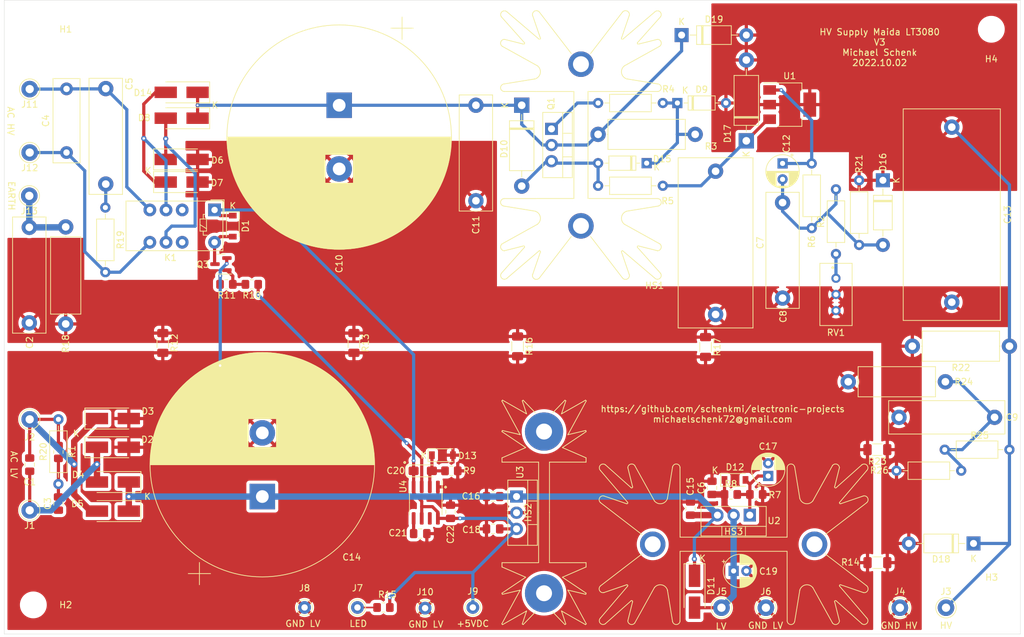
<source format=kicad_pcb>
(kicad_pcb (version 20211014) (generator pcbnew)
  (layers (0 "F.Cu" signal) (31 "B.Cu" signal) (34 "B.Paste" user) (35 "F.Paste" user) (36 "B.SilkS" user "B.Silkscreen") (37 "F.SilkS" user "F.Silkscreen") (38 "B.Mask" user) (39 "F.Mask" user) (44 "Edge.Cuts" user))
  (net 0 "")
  (net 1 "Net-(C1-Pad2)")
  (net 2 "GND_HV")
  (net 3 "Net-(C2-Pad1)")
  (net 4 "Net-(C3-Pad2)")
  (net 5 "Net-(C7-Pad1)")
  (net 6 "GND_LV")
  (net 7 "Net-(C4-Pad1)")
  (net 8 "Net-(C14-Pad1)")
  (net 9 "Net-(C17-Pad1)")
  (net 10 "Net-(C19-Pad1)")
  (net 11 "Net-(C20-Pad2)")
  (net 12 "Net-(D14-Pad2)")
  (net 13 "Net-(Q3-Pad1)")
  (net 14 "Net-(R10-Pad2)")
  (net 15 "Net-(J7-Pad1)")
  (net 16 "Net-(C21-Pad1)")
  (net 18 "Net-(C1-Pad1)")
  (net 19 "Net-(C4-Pad2)")
  (net 20 "Net-(C5-Pad1)")
  (net 21 "+5VDC")
  (net 22 "RELCTRL")
  (net 23 "Net-(D6-Pad1)")
  (net 25 "Net-(C9-Pad2)")
  (net 26 "Net-(D15-Pad1)")
  (net 27 "Net-(D10-Pad2)")
  (net 29 "Net-(Q1-Pad1)")
  (net 30 "Net-(C12-Pad2)")
  (net 31 "Net-(C10-Pad1)")
  (net 32 "Net-(C12-Pad1)")
  (net 33 "/HVOUT")
  (net 34 "Net-(R2-Pad1)")
  (footprint "Capacitor_THT:CP_Radial_D35.0mm_P10.00mm_SnapIn" (layer "F.Cu") (at 102.87 69.342 -90)
    (fp_text reference "C10")
    (fp_text value "680uF/450VDC")
  )
  (footprint "Capacitor_THT:C_Rect_L18.0mm_W5.0mm_P15.00mm_FKS3_FKP3" (layer "F.Cu") (at 124.333 69.342 -90)
    (fp_text reference "C11")
    (fp_text value "100nF/630V")
  )
  (footprint "MountingHole:MountingHole_3.2mm_M3" (layer "F.Cu") (at 54.864 57.404)
    (fp_text reference "H1")
    (fp_text value "MountingHole")
  )
  (footprint "MountingHole:MountingHole_3.2mm_M3" (layer "F.Cu") (at 54.864 147.828)
    (fp_text reference "H2")
    (fp_text value "MountingHole")
  )
  (footprint "MountingHole:MountingHole_3.2mm_M3" (layer "F.Cu") (at 205.232 147.828)
    (fp_text reference "H3")
    (fp_text value "MountingHole")
  )
  (footprint "Connector_Pin:Pin_D1.3mm_L11.0mm" (layer "F.Cu") (at 198.12 148.2725)
    (fp_text reference "J3")
    (fp_text value "HV")
  )
  (footprint "Capacitor_THT:CP_Radial_D5.0mm_P2.00mm" (layer "F.Cu") (at 164.7825 142.494)
    (fp_text reference "C19")
    (fp_text value "1uF/25V")
  )
  (footprint "Capacitor_Tantalum_SMD:CP_EIA-3216-12_Kemet-S_Pad1.58x1.35mm_HandSolder" (layer "F.Cu") (at 115.9867 126.7714)
    (fp_text reference "C20")
    (fp_text value "15uF/10V")
  )
  (footprint "Diode_SMD:D_SOD-123" (layer "F.Cu") (at 119.0752 124.3076)
    (fp_text reference "D13")
    (fp_text value "1N4148W")
  )
  (footprint "Heatsink:Heatsink_Fischer_SK129-STS_42x25mm_2xDrill2.5mm" (layer "F.Cu") (at 164.7825 138.303)
    (fp_text reference "HS3")
    (fp_text value "Heatsink")
  )
  (footprint "Connector_Pin:Pin_D1.3mm_L11.0mm" (layer "F.Cu") (at 162.8775 148.2725)
    (fp_text reference "J5")
    (fp_text value "LV")
  )
  (footprint "Connector_Pin:Pin_D1.3mm_L11.0mm" (layer "F.Cu") (at 169.8498 148.2725)
    (fp_text reference "J6")
    (fp_text value "GND_LV")
  )
  (footprint "Package_TO_SOT_SMD:SOT-23" (layer "F.Cu") (at 84.312 94.2975 180)
    (fp_text reference "Q3")
    (fp_text value "MMBT3904")
  )
  (footprint "Resistor_SMD:R_0805_2012Metric_Pad1.20x1.40mm_HandSolder" (layer "F.Cu") (at 120.4816 126.7714)
    (fp_text reference "R9")
    (fp_text value "1Meg")
  )
  (footprint "Resistor_SMD:R_0805_2012Metric_Pad1.20x1.40mm_HandSolder" (layer "F.Cu") (at 89.154 97.4725)
    (fp_text reference "R10")
    (fp_text value "2.49k")
  )
  (footprint "Resistor_SMD:R_0805_2012Metric_Pad1.20x1.40mm_HandSolder" (layer "F.Cu") (at 85.1695 97.4725 180)
    (fp_text reference "R11")
    (fp_text value "2.49k")
  )
  (footprint "Resistor_SMD:R_1206_3216Metric_Pad1.30x1.75mm_HandSolder" (layer "F.Cu") (at 75.184 106.68 -90)
    (fp_text reference "R12")
    (fp_text value "0R")
  )
  (footprint "Resistor_SMD:R_1206_3216Metric_Pad1.30x1.75mm_HandSolder" (layer "F.Cu") (at 105.1814 106.6794 -90)
    (fp_text reference "R13")
    (fp_text value "0R")
  )
  (footprint "Resistor_SMD:R_1206_3216Metric_Pad1.30x1.75mm_HandSolder" (layer "F.Cu") (at 187.351 141.192427 180)
    (fp_text reference "R14")
    (fp_text value "0R")
  )
  (footprint "Package_TO_SOT_THT:TO-220-3_Vertical" (layer "F.Cu") (at 130.7084 130.81 -90)
    (fp_text reference "U3")
    (fp_text value "LM7805_TO220")
  )
  (footprint "Package_SO:SOIC-8_3.9x4.9mm_P1.27mm" (layer "F.Cu") (at 116.459 131.764 -90)
    (fp_text reference "U4")
    (fp_text value "TLC555xD")
  )
  (footprint "Resistor_SMD:R_1206_3216Metric_Pad1.30x1.75mm_HandSolder" (layer "F.Cu") (at 130.8735 107.214 -90)
    (fp_text reference "R16")
    (fp_text value "0R")
  )
  (footprint "Resistor_SMD:R_1206_3216Metric_Pad1.30x1.75mm_HandSolder" (layer "F.Cu") (at 160.3756 107.3156 -90)
    (fp_text reference "R17")
    (fp_text value "0R")
  )
  (footprint "Connector_Pin:Pin_D1.3mm_L11.0mm" (layer "F.Cu") (at 190.881 148.2725)
    (fp_text reference "J4")
    (fp_text value "GND_HV")
  )
  (footprint "Connector_Pin:Pin_D1.0mm_L10.0mm" (layer "F.Cu") (at 105.7402 148.2344)
    (fp_text reference "J7")
    (fp_text value "LED")
  )
  (footprint "Connector_Pin:Pin_D1.0mm_L10.0mm" (layer "F.Cu") (at 97.4344 148.2344)
    (fp_text reference "J8")
    (fp_text value "GND_LV")
  )
  (footprint "Connector_Pin:Pin_D1.0mm_L10.0mm" (layer "F.Cu") (at 123.8504 148.2344)
    (fp_text reference "J9")
    (fp_text value "+5V")
  )
  (footprint "Connector_Pin:Pin_D1.0mm_L10.0mm" (layer "F.Cu") (at 116.3574 148.336)
    (fp_text reference "J10")
    (fp_text value "GND_LV")
  )
  (footprint "Resistor_SMD:R_0805_2012Metric_Pad1.20x1.40mm_HandSolder" (layer "F.Cu") (at 109.8202 148.2344)
    (fp_text reference "R15")
    (fp_text value "330R")
  )
  (footprint "Capacitor_SMD:C_0805_2012Metric_Pad1.18x1.45mm_HandSolder" (layer "F.Cu") (at 127.0293 130.81 180)
    (fp_text reference "C16")
    (fp_text value "330nF/50V")
  )
  (footprint "Capacitor_SMD:C_0805_2012Metric_Pad1.18x1.45mm_HandSolder" (layer "F.Cu") (at 127.0293 135.89 180)
    (fp_text reference "C18")
    (fp_text value "100nF/50V")
  )
  (footprint "Capacitor_SMD:C_0805_2012Metric_Pad1.18x1.45mm_HandSolder" (layer "F.Cu") (at 115.5915 136.6266)
    (fp_text reference "C21")
    (fp_text value "100nF/50V")
  )
  (footprint "Capacitor_SMD:C_0805_2012Metric_Pad1.18x1.45mm_HandSolder" (layer "F.Cu") (at 120.3452 133.2015 90)
    (fp_text reference "C22")
    (fp_text value "100nF/50V")
  )
  (footprint "MountingHole:MountingHole_3.2mm_M3" (layer "F.Cu") (at 205.232 57.404)
    (fp_text reference "H4")
    (fp_text value "MountingHole")
  )
  (footprint "Capacitor_THT:CP_Radial_D5.0mm_P2.00mm" (layer "F.Cu") (at 170.2054 127.5842 90)
    (fp_text reference "C17")
    (fp_text value "10uF/25V")
  )
  (footprint "Diode_SMD:D_SOD-123" (layer "F.Cu") (at 164.9974 128.1938)
    (fp_text reference "D12")
    (fp_text value "1N4148W")
  )
  (footprint "Diode_SMD:D_SMA_Handsoldering" (layer "F.Cu") (at 158.6484 145.7598 -90)
    (fp_text reference "D11")
    (fp_text value "1N4007")
  )
  (footprint "Package_TO_SOT_THT:TO-220-3_Vertical" (layer "F.Cu") (at 167.3225 133.731 180)
    (fp_text reference "U2")
    (fp_text value "LM317_TO-220")
  )
  (footprint "Resistor_SMD:R_0805_2012Metric_Pad1.20x1.40mm_HandSolder" (layer "F.Cu") (at 164.354 130.4798)
    (fp_text reference "R8")
    (fp_text value "240R")
  )
  (footprint "Resistor_SMD:R_0805_2012Metric_Pad1.20x1.40mm_HandSolder" (layer "F.Cu") (at 168.3352 130.4798)
    (fp_text reference "R7")
    (fp_text value "976R")
  )
  (footprint "Capacitor_SMD:C_0805_2012Metric_Pad1.18x1.45mm_HandSolder" (layer "F.Cu") (at 158.0134 132.6935 90)
    (fp_text reference "C15")
    (fp_text value "100nF/50V")
  )
  (footprint "Package_TO_SOT_THT:TO-220-3_Vertical" (layer "F.Cu") (at 136.1948 73.0504 -90)
    (fp_text reference "Q1")
    (fp_text value "FQPF2N70")
  )
  (footprint "Capacitor_THT:CP_Radial_D35.0mm_P10.00mm_SnapIn" (layer "F.Cu") (at 90.805 130.81 90)
    (fp_text reference "C14")
    (fp_text value "22000uF/25VDC")
  )
  (footprint "Capacitor_SMD:C_0805_2012Metric_Pad1.18x1.45mm_HandSolder" (layer "F.Cu") (at 54.2925 125.7935 90)
    (fp_text reference "C1")
    (fp_text value "Cx/10nF/50V")
  )
  (footprint "Capacitor_THT:C_Rect_L18.0mm_W5.0mm_P15.00mm_FKS3_FKP3" (layer "F.Cu") (at 54.229 88.519 -90)
    (fp_text reference "C2")
    (fp_text value "2.2nF 2kV")
  )
  (footprint "Capacitor_SMD:C_0805_2012Metric_Pad1.18x1.45mm_HandSolder" (layer "F.Cu") (at 58.801 131.911 90)
    (fp_text reference "C3")
    (fp_text value "Cs/50V")
  )
  (footprint "Capacitor_THT:C_Rect_L13.0mm_W4.0mm_P10.00mm_FKS3_FKP3_MKS4" (layer "F.Cu") (at 60.071 76.7715 90)
    (fp_text reference "C4")
    (fp_text value "Cx/10nF/630V")
  )
  (footprint "Capacitor_THT:C_Rect_L18.0mm_W5.0mm_P15.00mm_FKS3_FKP3" (layer "F.Cu") (at 66.2305 81.7245 90)
    (fp_text reference "C5")
    (fp_text value "Cs/630V")
  )
  (footprint "Capacitor_SMD:C_0805_2012Metric_Pad1.18x1.45mm_HandSolder" (layer "F.Cu") (at 161.3916 129.4423 90)
    (fp_text reference "C6")
    (fp_text value "100nF/50V")
  )
  (footprint "Diode_SMD:D_SOD-123" (layer "F.Cu") (at 86.1695 88.3275 -90)
    (fp_text reference "D1")
    (fp_text value "1N4148W")
  )
  (footprint "Diode_SMD:D_SMA_Handsoldering" (layer "F.Cu") (at 67.35 123.063)
    (fp_text reference "D2")
    (fp_text value "BYG22B-E3")
  )
  (footprint "Diode_SMD:D_SMA_Handsoldering" (layer "F.Cu") (at 67.35 118.5545)
    (fp_text reference "D3")
    (fp_text value "BYG22B-E3")
  )
  (footprint "Diode_SMD:D_SMA_Handsoldering" (layer "F.Cu") (at 67.35 128.524 180)
    (fp_text reference "D4")
    (fp_text value "BYG22B-E3")
  )
  (footprint "Diode_SMD:D_SMA_Handsoldering" (layer "F.Cu") (at 67.35 133.096 180)
    (fp_text reference "D5")
    (fp_text value "BYG22B-E3")
  )
  (footprint "Diode_SMD:D_SMA_Handsoldering" (layer "F.Cu") (at 78.145 77.851)
    (fp_text reference "D6")
    (fp_text value "BYG20J")
  )
  (footprint "Diode_SMD:D_SMA_Handsoldering" (layer "F.Cu") (at 78.145 81.407)
    (fp_text reference "D7")
    (fp_text value "BYG20J")
  )
  (footprint "Diode_SMD:D_SMA_Handsoldering" (layer "F.Cu") (at 78.145 71.374 180)
    (fp_text reference "D8")
    (fp_text value "BYG20J")
  )
  (footprint "Diode_SMD:D_SMA_Handsoldering" (layer "F.Cu") (at 78.145 67.31 180)
    (fp_text reference "D14")
    (fp_text value "BYG20J")
  )
  (footprint "Heatsink:Heatsink_Fischer_SK129-STS_42x25mm_2xDrill2.5mm" (layer "F.Cu") (at 140.8176 75.5904 -90)
    (fp_text reference "HS1")
    (fp_text value "Heatsink")
  )
  (footprint "Connector_Pin:Pin_D1.3mm_L11.0mm" (layer "F.Cu") (at 54.2925 132.969)
    (fp_text reference "J1")
    (fp_text value "AC-LV")
  )
  (footprint "Connector_Pin:Pin_D1.3mm_L11.0mm" (layer "F.Cu") (at 54.2925 118.6815)
    (fp_text reference "J2")
    (fp_text value "AC-LV")
  )
  (footprint "Connector_Pin:Pin_D1.3mm_L11.0mm" (layer "F.Cu") (at 54.2925 66.802)
    (fp_text reference "J11")
    (fp_text value "AC-HV")
  )
  (footprint "Connector_Pin:Pin_D1.3mm_L11.0mm" (layer "F.Cu") (at 54.2925 76.7715)
    (fp_text reference "J12")
    (fp_text value "AC-HV")
  )
  (footprint "Connector_Pin:Pin_D1.3mm_L11.0mm" (layer "F.Cu") (at 54.229 83.566)
    (fp_text reference "J13")
    (fp_text value "EARTH")
  )
  (footprint "Relay_THT:Relay_DPDT_Omron_G6S-2" (layer "F.Cu") (at 83.312 85.7885 -90)
    (fp_text reference "K1")
    (fp_text value "G6S-2 DC5")
  )
  (footprint "Resistor_SMD:R_0805_2012Metric_Pad1.20x1.40mm_HandSolder" (layer "F.Cu") (at 58.801 123.809 90)
    (fp_text reference "R1")
    (fp_text value "Rs/1/8W")
  )
  (footprint "Resistor_THT:R_Axial_DIN0414_L11.9mm_D4.5mm_P15.24mm_Horizontal" (layer "F.Cu") (at 59.944 88.4555 -90)
    (fp_text reference "R18")
    (fp_text value "100R/2W")
  )
  (footprint "Resistor_THT:R_Axial_DIN0207_L6.3mm_D2.5mm_P10.16mm_Horizontal" (layer "F.Cu") (at 66.167 85.4075 -90)
    (fp_text reference "R19")
    (fp_text value "Rs/0.6W")
  )
  (footprint "Resistor_THT:R_Axial_DIN0207_L6.3mm_D2.5mm_P10.16mm_Horizontal" (layer "F.Cu") (at 58.801 128.8415 90)
    (fp_text reference "R20")
    (fp_text value "Rs/0.6W")
  )
  (footprint "Resistor_THT:R_Axial_DIN0207_L6.3mm_D2.5mm_P10.16mm_Horizontal" (layer "F.Cu") (at 184.4802 91.2876 90)
    (fp_text reference "R21")
    (fp_text value "1k/0.6W")
  )
  (footprint "Resistor_THT:R_Axial_DIN0414_L11.9mm_D4.5mm_P15.24mm_Horizontal" (layer "F.Cu") (at 208.0768 107.188 180)
    (fp_text reference "R22")
    (fp_text value "100k/2W")
  )
  (footprint "Package_TO_SOT_SMD:SOT-223" (layer "F.Cu") (at 173.584 69.2404)
    (fp_text reference "U1")
    (fp_text value "LT3080xST")
  )
  (footprint "Heatsink:Heatsink_Fischer_SK104-STC-STIC_35x13mm_2xDrill2.5mm" (layer "F.Cu") (at 135.0264 133.2992 90)
    (fp_text reference "HS2")
    (fp_text value "Heatsink")
  )
  (footprint "Diode_THT:D_DO-41_SOD81_P10.16mm_Horizontal" (layer "F.Cu") (at 202.438 138.176 180)
    (fp_text reference "D18")
    (fp_text value "1N4007")
  )
  (footprint "Resistor_THT:R_Axial_DIN0207_L6.3mm_D2.5mm_P10.16mm_Horizontal" (layer "F.Cu") (at 180.848 92.71 90)
    (fp_text reference "R2")
    (fp_text value "0R/180k/0.6W")
  )
  (footprint "Capacitor_THT:CP_Radial_D5.0mm_P2.50mm" (layer "F.Cu") (at 172.466 78.4752 -90)
    (fp_text reference "C12")
    (fp_text value "2.2uF/50V")
  )
  (footprint "Capacitor_THT:C_Rect_L18.0mm_W5.0mm_P15.00mm_FKS3_FKP3" (layer "F.Cu") (at 190.74 118.364)
    (fp_text reference "C9")
    (fp_text value "100nF/630V")
  )
  (footprint "Diode_THT:D_DO-41_SOD81_P10.16mm_Horizontal" (layer "F.Cu") (at 188.214 81.1276 -90)
    (fp_text reference "D16")
    (fp_text value "1N4007")
  )
  (footprint "Capacitor_THT:C_Rect_L33.0mm_W15.0mm_P27.50mm_MKS4" (layer "F.Cu") (at 199.02585 72.7792 -90)
    (fp_text reference "C13")
    (fp_text value "2.2uF/560V")
  )
  (footprint "Resistor_THT:R_Axial_DIN0414_L11.9mm_D4.5mm_P15.24mm_Horizontal" (layer "F.Cu") (at 143.51 73.914)
    (fp_text reference "R3")
    (fp_text value "100k/2W")
  )
  (footprint "Resistor_THT:R_Axial_DIN0207_L6.3mm_D2.5mm_P10.16mm_Horizontal" (layer "F.Cu") (at 143.51 81.9912)
    (fp_text reference "R5")
    (fp_text value "18R/0.6W")
  )
  (footprint "Potentiometer_THT:Potentiometer_Bourns_3296W_Vertical" (layer "F.Cu") (at 180.848 96.52 90)
    (fp_text reference "RV1")
    (fp_text value "50k/500k")
  )
  (footprint "Resistor_THT:R_Axial_DIN0207_L6.3mm_D2.5mm_P10.16mm_Horizontal" (layer "F.Cu") (at 143.51 68.9864)
    (fp_text reference "R4")
    (fp_text value "100R/0.6W")
  )
  (footprint "Capacitor_THT:C_Rect_L18.0mm_W5.0mm_P15.00mm_FKS3_FKP3" (layer "F.Cu") (at 172.466 84.6328 -90)
    (fp_text reference "C8")
    (fp_text value "100nF/630V")
  )
  (footprint "Diode_THT:D_DO-35_SOD27_P7.62mm_Horizontal" (layer "F.Cu") (at 151.13 78.4352 180)
    (fp_text reference "D15")
    (fp_text value "1N5245BTR/15V/0.5W")
  )
  (footprint "Diode_THT:D_DO-15_P12.70mm_Horizontal" (layer "F.Cu") (at 166.7764 74.93 90)
    (fp_text reference "D17")
    (fp_text value "P6KE27A")
  )
  (footprint "Diode_THT:D_DO-35_SOD27_P7.62mm_Horizontal" (layer "F.Cu") (at 155.956 68.9864)
    (fp_text reference "D9")
    (fp_text value "BZX55C8V2/8.2V/0.5W")
  )
  (footprint "Diode_THT:D_DO-41_SOD81_P10.16mm_Horizontal" (layer "F.Cu") (at 156.6164 58.3184)
    (fp_text reference "D19")
    (fp_text value "1N4007")
  )
  (footprint "Resistor_SMD:R_1206_3216Metric_Pad1.30x1.75mm_HandSolder" (layer "F.Cu") (at 187.3504 123.444 180)
    (fp_text reference "R23")
    (fp_text value "0R")
  )
  (footprint "Resistor_THT:R_Axial_DIN0207_L6.3mm_D2.5mm_P10.16mm_Horizontal" (layer "F.Cu") (at 200.5076 126.746 180)
    (fp_text reference "R26")
    (fp_text value "100k/0.6W")
  )
  (footprint "Diode_THT:D_DO-15_P12.70mm_Horizontal" (layer "F.Cu") (at 131.5212 69.342 -90)
    (fp_text reference "D10")
    (fp_text value "P6KE530A")
  )
  (footprint "Resistor_THT:R_Axial_DIN0207_L6.3mm_D2.5mm_P10.16mm_Horizontal" (layer "F.Cu") (at 177.038 88.646 90)
    (fp_text reference "R6")
    (fp_text value "100k/0.6W")
  )
  (footprint "Capacitor_THT:C_Rect_L26.5mm_W11.5mm_P22.50mm_MKS4" (layer "F.Cu") (at 161.9504 79.7052 -90)
    (fp_text reference "C7")
    (fp_text value "1uF/630V")
  )
  (footprint "Resistor_THT:R_Axial_DIN0414_L11.9mm_D4.5mm_P15.24mm_Horizontal" (layer "F.Cu") (at 182.7784 112.776)
    (fp_text reference "R24")
    (fp_text value "100R/2W")
  )
  (footprint "Resistor_THT:R_Axial_DIN0207_L6.3mm_D2.5mm_P10.16mm_Horizontal" (layer "F.Cu") (at 208.0768 123.444 180)
    (fp_text reference "R25")
    (fp_text value "300k/0.6W")
  )
  (gr_line (start 50.292 52.832) (end 50.292 152.4) (layer "Edge.Cuts") (width 0.05))
  (gr_line (start 209.804 52.832) (end 50.292 52.832) (layer "Edge.Cuts") (width 0.05))
  (gr_line (start 50.292 152.4) (end 209.804 152.4) (layer "Edge.Cuts") (width 0.05))
  (gr_line (start 209.804 152.4) (end 209.804 52.832) (layer "Edge.Cuts") (width 0.05))
  (gr_text "HV" (at 198.12 151.0665) (layer "F.SilkS") (effects (font (size 1 1))))
  (gr_text "LV" (at 162.814 151.1935) (layer "F.SilkS") (effects (font (size 1 1))))
  (gr_text "GND LV" (at 116.4844 150.876) (layer "F.SilkS") (effects (font (size 1 1))))
  (gr_text "GND LV" (at 97.1804 150.7744) (layer "F.SilkS") (effects (font (size 1 1))))
  (gr_text "+5VDC" (at 123.8504 150.7744) (layer "F.SilkS") (effects (font (size 1 1))))
  (gr_text "LED" (at 105.8672 150.7744) (layer "F.SilkS") (effects (font (size 1 1))))
  (gr_text "AC LV" (at 51.816 125.7935 270) (layer "F.SilkS") (effects (font (size 1 1))))
  (gr_text "AC HV" (at 51.308 71.8185 270) (layer "F.SilkS") (effects (font (size 1 1))))
  (gr_text "EARTH" (at 51.435 83.566 -90) (layer "F.SilkS") (effects (font (size 1 1))))
  (gr_text "GND HV" (at 190.754 151.0665) (layer "F.SilkS") (effects (font (size 1 1))))
  (gr_text "K" (at 72.898 79.629) (layer "F.SilkS") (effects (font (size 1 1))))
  (gr_text "K" (at 61.595 120.904) (layer "F.SilkS") (effects (font (size 1 1))))
  (gr_text "K" (at 72.771 130.81) (layer "F.SilkS") (effects (font (size 1 1))))
  (gr_text "K" (at 116.1415 124.333) (layer "F.SilkS") (effects (font (size 1 1))))
  (gr_text "K" (at 159.893 140.5255) (layer "F.SilkS") (effects (font (size 1 1))))
  (gr_text "K" (at 161.8615 126.6825) (layer "F.SilkS") (effects (font (size 1 1))))
  (gr_text "GND LV" (at 169.799 151.0665) (layer "F.SilkS") (effects (font (size 1 1))))
  (gr_text "K" (at 86.1695 85.1535) (layer "F.SilkS") (effects (font (size 1 1))))
  (gr_text "°" (at 113.157 125.857) (layer "F.SilkS") (effects (font (size 1 1))))
  (gr_text "K" (at 83.3755 69.342) (layer "F.SilkS") (effects (font (size 1 1))))
  (gr_text "°" (at 119.5705 129.7305) (layer "F.SilkS") (effects (font (size 1 1))))
  (gr_text "°" (at 180.34 95.25) (layer "F.SilkS") (effects (font (size 1 1))))
  (gr_text "HV Supply Maida LT3080\nV3\nMichael Schenk\n2022.10.02\n" (at 187.706 60.2488) (layer "F.SilkS") (effects (font (size 1 1))))
  (gr_text "https://github.com/schenkmi/electronic-projects\nmichaelschenk72@gmail.com" (at 163.068 117.856) (layer "F.SilkS") (effects (font (size 1 1))))
  (segment (start 61.2775 125.73) (end 61.2775 122.127) (width 1) (layer "F.Cu") (net 1))
  (segment (start 58.801 118.6815) (end 54.2925 118.6815) (width 0.5) (layer "F.Cu") (net 1))
  (segment (start 61.2775 130.4925) (end 61.2775 125.73) (width 1) (layer "F.Cu") (net 1))
  (segment (start 64.85 133.096) (end 63.881 133.096) (width 1) (layer "F.Cu") (net 1))
  (segment (start 63.881 133.096) (end 61.2775 130.4925) (width 1) (layer "F.Cu") (net 1))
  (segment (start 61.2775 122.127) (end 64.85 118.5545) (width 1) (layer "F.Cu") (net 1))
  (segment (start 54.2925 124.756) (end 54.2925 118.6815) (width 0.5) (layer "F.Cu") (net 1))
  (segment (start 58.801 122.809) (end 58.801 118.6815) (width 0.5) (layer "F.Cu") (net 1))
  (via (at 61.2775 125.73) (size 1) (drill 0.5) (layers "F.Cu" "B.Cu") (net 1))
  (segment (start 54.2925 118.6815) (end 54.2925 118.745) (width 1) (layer "B.Cu") (net 1))
  (segment (start 54.2925 118.745) (end 61.2775 125.73) (width 1) (layer "B.Cu") (net 1))
  (segment (start 59.8805 88.519) (end 59.944 88.4555) (width 1) (layer "B.Cu") (net 3))
  (segment (start 54.229 88.519) (end 59.8805 88.519) (width 1) (layer "B.Cu") (net 3))
  (segment (start 54.229 83.566) (end 54.229 88.519) (width 1) (layer "B.Cu") (net 3))
  (segment (start 58.801 128.8415) (end 58.801 124.809) (width 0.5) (layer "F.Cu") (net 4))
  (segment (start 58.801 130.8735) (end 58.801 128.8415) (width 0.5) (layer "F.Cu") (net 4))
  (segment (start 170.166 71.5404) (end 166.7764 74.93) (width 0.5) (layer "F.Cu") (net 5))
  (segment (start 170.434 71.5404) (end 170.166 71.5404) (width 0.5) (layer "F.Cu") (net 5))
  (segment (start 159.6644 81.9912) (end 161.9504 79.7052) (width 0.5) (layer "B.Cu") (net 5))
  (segment (start 153.67 81.9912) (end 159.6644 81.9912) (width 0.5) (layer "B.Cu") (net 5))
  (segment (start 166.7256 74.93) (end 166.7764 74.93) (width 0.5) (layer "B.Cu") (net 5))
  (segment (start 161.9504 79.7052) (end 166.7256 74.93) (width 0.5) (layer "B.Cu") (net 5))
  (segment (start 84.1695 96.1705) (end 84.201 96.139) (width 0.5) (layer "F.Cu") (net 6))
  (segment (start 85.217 94.234) (end 85.217 93.38) (width 0.5) (layer "F.Cu") (net 6))
  (segment (start 84.1695 97.4725) (end 84.1695 96.1705) (width 0.5) (layer "F.Cu") (net 6))
  (segment (start 85.217 93.38) (end 85.2495 93.3475) (width 0.5) (layer "F.Cu") (net 6))
  (segment (start 84.411999 97.230001) (end 84.1695 97.4725) (width 0.5) (layer "F.Cu") (net 6))
  (via (at 84.201 96.139) (size 0.6) (drill 0.3) (layers "F.Cu" "B.Cu") (net 6))
  (via (at 85.217 94.234) (size 0.6) (drill 0.3) (layers "F.Cu" "B.Cu") (net 6))
  (via (at 84.1756 110.236) (size 0.8) (drill 0.4) (layers "F.Cu" "B.Cu") (net 6))
  (segment (start 84.201 110.2106) (end 84.1756 110.236) (width 0.5) (layer "B.Cu") (net 6))
  (segment (start 84.201 96.139) (end 84.201 110.2106) (width 0.5) (layer "B.Cu") (net 6))
  (segment (start 84.201 96.139) (end 84.201 95.25) (width 0.5) (layer "B.Cu") (net 6))
  (segment (start 84.201 95.25) (end 85.217 94.234) (width 0.5) (layer "B.Cu") (net 6))
  (segment (start 68.453 95.5675) (end 73.152 90.8685) (width 0.5) (layer "B.Cu") (net 7))
  (segment (start 62.9285 79.629) (end 62.9285 92.329) (width 0.5) (layer "B.Cu") (net 7))
  (segment (start 54.2925 76.7715) (end 60.071 76.7715) (width 0.5) (layer "B.Cu") (net 7))
  (segment (start 60.071 76.7715) (end 62.9285 79.629) (width 0.5) (layer "B.Cu") (net 7))
  (segment (start 66.167 95.5675) (end 68.453 95.5675) (width 0.5) (layer "B.Cu") (net 7))
  (segment (start 62.9285 92.329) (end 66.167 95.5675) (width 0.5) (layer "B.Cu") (net 7))
  (segment (start 158.6484 143.2598) (end 158.6484 140.6398) (width 0.5) (layer "F.Cu") (net 8))
  (segment (start 69.85 133.096) (end 69.85 130.81) (width 1) (layer "F.Cu") (net 8))
  (segment (start 162.2425 133.731) (end 158.0134 133.731) (width 1) (layer "F.Cu") (net 8))
  (segment (start 158.6484 140.6398) (end 158.623 140.6144) (width 0.5) (layer "F.Cu") (net 8))
  (segment (start 130.7084 130.81) (end 128.0668 130.81) (width 0.5) (layer "F.Cu") (net 8))
  (segment (start 69.85 130.81) (end 69.85 128.524) (width 1) (layer "F.Cu") (net 8))
  (via (at 69.85 130.81) (size 1) (drill 0.5) (layers "F.Cu" "B.Cu") (net 8))
  (via (at 158.623 140.6144) (size 0.8) (drill 0.4) (layers "F.Cu" "B.Cu") (net 8))
  (segment (start 130.7084 130.81) (end 90.805 130.81) (width 1) (layer "B.Cu") (net 8))
  (segment (start 130.7084 130.81) (end 159.3215 130.81) (width 1) (layer "B.Cu") (net 8))
  (segment (start 158.623 140.6144) (end 158.623 137.3505) (width 0.5) (layer "B.Cu") (net 8))
  (segment (start 158.623 137.3505) (end 162.2425 133.731) (width 0.5) (layer "B.Cu") (net 8))
  (segment (start 90.805 130.81) (end 69.85 130.81) (width 1) (layer "B.Cu") (net 8))
  (segment (start 159.3215 130.81) (end 162.2425 133.731) (width 1) (layer "B.Cu") (net 8))
  (segment (start 167.3352 130.4798) (end 165.354 130.4798) (width 0.5) (layer "F.Cu") (net 9))
  (segment (start 167.3352 130.4798) (end 167.3352 128.8816) (width 0.5) (layer "F.Cu") (net 9))
  (segment (start 170.2054 127.5842) (end 168.6326 127.5842) (width 0.5) (layer "F.Cu") (net 9))
  (segment (start 167.3225 130.4925) (end 167.3352 130.4798) (width 0.5) (layer "F.Cu") (net 9))
  (segment (start 167.3352 128.8816) (end 166.6474 128.1938) (width 0.5) (layer "F.Cu") (net 9))
  (segment (start 168.6326 127.5842) (end 167.3352 128.8816) (width 0.5) (layer "F.Cu") (net 9))
  (segment (start 167.3225 133.731) (end 167.3225 130.4925) (width 0.5) (layer "F.Cu") (net 9))
  (segment (start 163.354 128.2004) (end 163.3474 128.1938) (width 0.25) (layer "F.Cu") (net 10))
  (segment (start 162.8775 148.2725) (end 158.6611 148.2725) (width 0.5) (layer "F.Cu") (net 10))
  (segment (start 163.354 130.4798) (end 163.354 132.3025) (width 1) (layer "F.Cu") (net 10))
  (segment (start 163.354 130.4798) (end 163.354 128.2004) (width 0.5) (layer "F.Cu") (net 10))
  (segment (start 163.354 130.4798) (end 161.3916 130.4798) (width 1) (layer "F.Cu") (net 10))
  (segment (start 158.6611 148.2725) (end 158.6484 148.2598) (width 0.5) (layer "F.Cu") (net 10))
  (segment (start 163.354 132.3025) (end 164.7825 133.731) (width 1) (layer "F.Cu") (net 10))
  (segment (start 164.7825 146.3675) (end 162.8775 148.2725) (width 1) (layer "B.Cu") (net 10))
  (segment (start 164.7825 142.494) (end 164.7825 146.3675) (width 1) (layer "B.Cu") (net 10))
  (segment (start 164.7825 133.731) (end 164.7825 142.494) (width 1) (layer "B.Cu") (net 10))
  (segment (start 117.094 127.1016) (end 117.4242 126.7714) (width 0.5) (layer "F.Cu") (net 11))
  (segment (start 117.094 129.289) (end 117.094 127.1016) (width 0.5) (layer "F.Cu") (net 11))
  (segment (start 117.4242 124.3086) (end 117.4252 124.3076) (width 0.5) (layer "F.Cu") (net 11))
  (segment (start 119.4816 126.7714) (end 117.4242 126.7714) (width 0.5) (layer "F.Cu") (net 11))
  (segment (start 117.4242 126.7714) (end 117.4242 124.3086) (width 0.5) (layer "F.Cu") (net 11))
  (segment (start 74.041 67.31) (end 75.645 67.31) (width 0.5) (layer "F.Cu") (net 12))
  (segment (start 73.914 81.407) (end 72.1995 79.6925) (width 0.5) (layer "F.Cu") (net 12))
  (segment (start 72.1995 74.549) (end 72.1995 69.1515) (width 0.5) (layer "F.Cu") (net 12))
  (segment (start 75.645 81.407) (end 73.914 81.407) (width 0.5) (layer "F.Cu") (net 12))
  (segment (start 72.1995 79.6925) (end 72.1995 74.549) (width 0.5) (layer "F.Cu") (net 12))
  (segment (start 72.1995 69.1515) (end 74.041 67.31) (width 0.5) (layer "F.Cu") (net 12))
  (via (at 72.1995 74.549) (size 0.8) (drill 0.4) (layers "F.Cu" "B.Cu") (net 12))
  (segment (start 75.692 78.0415) (end 72.1995 74.549) (width 0.5) (layer "B.Cu") (net 12))
  (segment (start 75.692 85.7885) (end 75.692 78.0415) (width 0.5) (layer "B.Cu") (net 12))
  (segment (start 86.1695 96.1675) (end 85.2495 95.2475) (width 0.5) (layer "F.Cu") (net 13))
  (segment (start 88.154 97.4725) (end 86.1695 97.4725) (width 0.5) (layer "F.Cu") (net 13))
  (segment (start 86.1695 97.4725) (end 86.1695 96.1675) (width 0.5) (layer "F.Cu") (net 13))
  (segment (start 113.4745 122.428) (end 115.824 124.7775) (width 0.5) (layer "F.Cu") (net 14))
  (segment (start 90.154 97.4725) (end 90.154 99.1075) (width 0.5) (layer "F.Cu") (net 14))
  (segment (start 115.824 124.7775) (end 115.824 129.289) (width 0.5) (layer "F.Cu") (net 14))
  (segment (start 90.154 99.1075) (end 90.17 99.1235) (width 0.5) (layer "F.Cu") (net 14))
  (via (at 90.17 99.1235) (size 0.6) (drill 0.3) (layers "F.Cu" "B.Cu") (net 14))
  (via (at 113.4745 122.428) (size 0.6) (drill 0.3) (layers "F.Cu" "B.Cu") (net 14))
  (segment (start 90.17 99.1235) (end 113.4745 122.428) (width 0.5) (layer "B.Cu") (net 14))
  (segment (start 108.8202 148.2344) (end 105.7402 148.2344) (width 0.25) (layer "F.Cu") (net 15))
  (segment (start 114.554 136.6266) (end 114.554 134.239) (width 0.5) (layer "F.Cu") (net 16))
  (segment (start 64.85 123.063) (end 64.85 125.7465) (width 1) (layer "F.Cu") (net 18))
  (segment (start 54.2925 126.831) (end 54.2925 132.969) (width 0.5) (layer "F.Cu") (net 18))
  (segment (start 64.85 125.7465) (end 64.85 128.524) (width 1) (layer "F.Cu") (net 18))
  (segment (start 54.2925 132.969) (end 58.7805 132.969) (width 0.5) (layer "F.Cu") (net 18))
  (segment (start 58.7805 132.969) (end 58.801 132.9485) (width 0.5) (layer "F.Cu") (net 18))
  (via (at 64.85 125.7465) (size 1) (drill 0.5) (layers "F.Cu" "B.Cu") (net 18))
  (segment (start 54.2925 132.969) (end 57.6275 132.969) (width 1) (layer "B.Cu") (net 18))
  (segment (start 57.6275 132.969) (end 64.85 125.7465) (width 1) (layer "B.Cu") (net 18))
  (segment (start 54.2925 66.802) (end 60.0405 66.802) (width 0.5) (layer "B.Cu") (net 19))
  (segment (start 69.5325 70.0265) (end 66.2305 66.7245) (width 0.5) (layer "B.Cu") (net 19))
  (segment (start 60.0405 66.802) (end 60.071 66.7715) (width 0.5) (layer "B.Cu") (net 19))
  (segment (start 73.152 85.7885) (end 69.5325 82.169) (width 0.5) (layer "B.Cu") (net 19))
  (segment (start 60.071 66.7715) (end 66.1835 66.7715) (width 0.5) (layer "B.Cu") (net 19))
  (segment (start 69.5325 82.169) (end 69.5325 70.0265) (width 0.5) (layer "B.Cu") (net 19))
  (segment (start 66.1835 66.7715) (end 66.2305 66.7245) (width 0.5) (layer "B.Cu") (net 19))
  (segment (start 66.2305 85.344) (end 66.167 85.4075) (width 0.5) (layer "B.Cu") (net 20))
  (segment (start 66.2305 81.7245) (end 66.2305 85.344) (width 0.5) (layer "B.Cu") (net 20))
  (segment (start 110.8075 148.2217) (end 110.8202 148.2344) (width 0.5) (layer "F.Cu") (net 21))
  (segment (start 118.364 134.239) (end 118.364 133.264) (width 0.5) (layer "F.Cu") (net 21))
  (segment (start 114.554 130.264) (end 115.824 131.534) (width 0.5) (layer "F.Cu") (net 21))
  (segment (start 110.8075 146.685) (end 110.8075 148.2217) (width 0.5) (layer "F.Cu") (net 21))
  (segment (start 114.5492 126.7714) (end 114.5492 125.1633) (width 0.5) (layer "F.Cu") (net 21))
  (segment (start 114.554 126.7762) (end 114.5492 126.7714) (width 0.5) (layer "F.Cu") (net 21))
  (segment (start 115.824 131.534) (end 115.824 132.3975) (width 0.5) (layer "F.Cu") (net 21))
  (segment (start 115.824 132.3975) (end 115.824 134.239) (width 0.5) (layer "F.Cu") (net 21))
  (segment (start 114.554 129.289) (end 114.554 126.7762) (width 0.5) (layer "F.Cu") (net 21))
  (segment (start 114.5492 125.1633) (end 114.554 125.1585) (width 0.5) (layer "F.Cu") (net 21))
  (segment (start 118.364 133.264) (end 117.4975 132.3975) (width 0.5) (layer "F.Cu") (net 21))
  (segment (start 130.7084 135.89) (end 128.0668 135.89) (width 0.5) (layer "F.Cu") (net 21))
  (segment (start 120.3452 134.239) (end 118.364 134.239) (width 0.5) (layer "F.Cu") (net 21))
  (segment (start 114.554 129.289) (end 114.554 130.264) (width 0.5) (layer "F.Cu") (net 21))
  (segment (start 84.201 86.6775) (end 83.312 85.7885) (width 0.5) (layer "F.Cu") (net 21))
  (segment (start 117.4975 132.3975) (end 115.824 132.3975) (width 0.5) (layer "F.Cu") (net 21))
  (segment (start 86.1695 86.6775) (end 84.201 86.6775) (width 0.5) (layer "F.Cu") (net 21))
  (segment (start 120.3452 134.239) (end 121.8565 134.239) (width 0.5) (layer "F.Cu") (net 21))
  (via (at 114.554 125.1585) (size 0.6) (drill 0.3) (layers "F.Cu" "B.Cu") (net 21))
  (via (at 110.8075 146.685) (size 0.6) (drill 0.3) (layers "F.Cu" "B.Cu") (net 21))
  (via (at 121.8565 134.239) (size 0.6) (drill 0.3) (layers "F.Cu" "B.Cu") (net 21))
  (segment (start 114.554 108.5215) (end 114.554 125.1585) (width 0.5) (layer "B.Cu") (net 21))
  (segment (start 123.8504 148.2344) (end 123.8504 142.748) (width 0.5) (layer "B.Cu") (net 21))
  (segment (start 129.0574 134.239) (end 130.7084 135.89) (width 0.5) (layer "B.Cu") (net 21))
  (segment (start 114.7445 142.748) (end 110.8075 146.685) (width 0.5) (layer "B.Cu") (net 21))
  (segment (start 91.821 85.7885) (end 114.554 108.5215) (width 0.5) (layer "B.Cu") (net 21))
  (segment (start 121.8565 134.239) (end 129.0574 134.239) (width 0.5) (layer "B.Cu") (net 21))
  (segment (start 83.312 85.7885) (end 91.821 85.7885) (width 0.5) (layer "B.Cu") (net 21))
  (segment (start 123.8504 142.748) (end 114.7445 142.748) (width 0.5) (layer "B.Cu") (net 21))
  (segment (start 123.8504 142.748) (end 130.7084 135.89) (width 0.5) (layer "B.Cu") (net 21))
  (segment (start 84.203 89.9775) (end 83.312 90.8685) (width 0.5) (layer "F.Cu") (net 22))
  (segment (start 83.312 94.2975) (end 83.312 90.8685) (width 0.5) (layer "F.Cu") (net 22))
  (segment (start 86.1695 89.9775) (end 84.203 89.9775) (width 0.5) (layer "F.Cu") (net 22))
  (segment (start 75.645 74.596) (end 75.645 71.374) (width 0.5) (layer "F.Cu") (net 23))
  (segment (start 75.645 77.851) (end 75.645 74.596) (width 0.5) (layer "F.Cu") (net 23))
  (via (at 75.645 74.596) (size 0.8) (drill 0.4) (layers "F.Cu" "B.Cu") (net 23))
  (segment (start 75.692 90.8685) (end 75.692 89.2175) (width 0.5) (layer "B.Cu") (net 23))
  (segment (start 75.692 89.2175) (end 76.581 88.3285) (width 0.5) (layer "B.Cu") (net 23))
  (segment (start 80.264 88.3285) (end 80.264 80.040502) (width 0.5) (layer "B.Cu") (net 23))
  (segment (start 80.264 80.040502) (end 75.645 75.421502) (width 0.5) (layer "B.Cu") (net 23))
  (segment (start 75.645 75.421502) (end 75.645 74.596) (width 0.5) (layer "B.Cu") (net 23))
  (segment (start 76.581 88.3285) (end 80.264 88.3285) (width 0.5) (layer "B.Cu") (net 23))
  (segment (start 200.5076 126.746) (end 200.5076 126.0348) (width 0.5) (layer "B.Cu") (net 25))
  (segment (start 200.152 112.776) (end 205.74 118.364) (width 0.5) (layer "B.Cu") (net 25))
  (segment (start 200.66 123.444) (end 205.74 118.364) (width 0.5) (layer "B.Cu") (net 25))
  (segment (start 197.9168 123.444) (end 200.66 123.444) (width 0.5) (layer "B.Cu") (net 25))
  (segment (start 198.0184 112.776) (end 200.152 112.776) (width 0.5) (layer "B.Cu") (net 25))
  (segment (start 200.5076 126.0348) (end 197.9168 123.444) (width 0.5) (layer "B.Cu") (net 25))
  (segment (start 153.67 68.9864) (end 155.956 68.9864) (width 0.5) (layer "B.Cu") (net 26))
  (segment (start 155.956 73.914) (end 155.956 75.2348) (width 0.5) (layer "B.Cu") (net 26))
  (segment (start 152.7556 78.4352) (end 151.13 78.4352) (width 0.5) (layer "B.Cu") (net 26))
  (segment (start 155.956 75.2348) (end 152.7556 78.4352) (width 0.5) (layer "B.Cu") (net 26))
  (segment (start 155.956 68.9864) (end 155.956 73.914) (width 0.5) (layer "B.Cu") (net 26))
  (segment (start 158.75 73.914) (end 155.956 73.914) (width 0.5) (layer "B.Cu") (net 26))
  (segment (start 135.4328 78.1304) (end 131.5212 82.042) (width 0.5) (layer "B.Cu") (net 27))
  (segment (start 136.1948 78.1304) (end 135.4328 78.1304) (width 0.5) (layer "B.Cu") (net 27))
  (segment (start 143.51 78.4352) (end 136.4996 78.4352) (width 0.5) (layer "B.Cu") (net 27))
  (segment (start 136.4996 78.4352) (end 136.1948 78.1304) (width 0.5) (layer "B.Cu") (net 27))
  (segment (start 143.51 81.9912) (end 143.51 78.4352) (width 0.5) (layer "B.Cu") (net 27))
  (segment (start 143.51 68.9864) (end 140.2588 68.9864) (width 0.5) (layer "B.Cu") (net 29))
  (segment (start 140.2588 68.9864) (end 136.1948 73.0504) (width 0.5) (layer "B.Cu") (net 29))
  (segment (start 179.451 86.2584) (end 179.451 86.233) (width 0.5) (layer "B.Cu") (net 30))
  (segment (start 184.4802 91.2876) (end 179.451 86.2584) (width 0.5) (layer "B.Cu") (net 30))
  (segment (start 177.038 88.646) (end 175.1076 88.646) (width 0.5) (layer "B.Cu") (net 30))
  (segment (start 175.1076 88.646) (end 172.466 86.0044) (width 0.5) (layer "B.Cu") (net 30))
  (segment (start 179.451 86.233) (end 180.848 84.836) (width 0.5) (layer "B.Cu") (net 30))
  (segment (start 177.038 88.646) (end 179.451 86.233) (width 0.5) (layer "B.Cu") (net 30))
  (segment (start 172.466 86.0044) (end 172.466 84.6328) (width 0.5) (layer "B.Cu") (net 30))
  (segment (start 180.848 84.836) (end 180.848 82.55) (width 0.5) (layer "B.Cu") (net 30))
  (segment (start 172.466 80.9752) (end 172.466 84.6328) (width 0.5) (layer "B.Cu") (net 30))
  (segment (start 188.214 91.2876) (end 184.4802 91.2876) (width 0.5) (layer "B.Cu") (net 30))
  (segment (start 80.645 67.31) (end 80.645 71.374) (width 0.5) (layer "F.Cu") (net 31))
  (via (at 80.645 69.342) (size 0.6) (drill 0.3) (layers "F.Cu" "B.Cu") (net 31))
  (segment (start 156.6164 60.8076) (end 156.6164 58.3184) (width 0.5) (layer "B.Cu") (net 31))
  (segment (start 102.87 69.342) (end 80.645 69.342) (width 0.5) (layer "B.Cu") (net 31))
  (segment (start 131.5212 72.3218) (end 131.5212 69.342) (width 0.5) (layer "B.Cu") (net 31))
  (segment (start 102.87 69.342) (end 124.333 69.342) (width 0.5) (layer "B.Cu") (net 31))
  (segment (start 141.8336 75.5904) (end 143.51 73.914) (width 0.5) (layer "B.Cu") (net 31))
  (segment (start 124.333 69.342) (end 131.5212 69.342) (width 0.5) (layer "B.Cu") (net 31))
  (segment (start 134.7898 75.5904) (end 131.5212 72.3218) (width 0.5) (layer "B.Cu") (net 31))
  (segment (start 143.51 73.914) (end 156.6164 60.8076) (width 0.5) (layer "B.Cu") (net 31))
  (segment (start 136.1948 75.5904) (end 141.8336 75.5904) (width 0.5) (layer "B.Cu") (net 31))
  (segment (start 136.1948 75.5904) (end 134.7898 75.5904) (width 0.5) (layer "B.Cu") (net 31))
  (segment (start 172.2628 66.9544) (end 170.448 66.9544) (width 0.5) (layer "F.Cu") (net 32))
  (segment (start 170.448 66.9544) (end 170.434 66.9404) (width 0.5) (layer "F.Cu") (net 32))
  (via (at 172.2628 66.9544) (size 0.6) (drill 0.3) (layers "F.Cu" "B.Cu") (net 32))
  (segment (start 177.038 71.7296) (end 172.2628 66.9544) (width 0.5) (layer "B.Cu") (net 32))
  (segment (start 177.038 78.486) (end 172.4768 78.486) (width 0.5) (layer "B.Cu") (net 32))
  (segment (start 172.4768 78.486) (end 172.466 78.4752) (width 0.5) (layer "B.Cu") (net 32))
  (segment (start 177.038 78.486) (end 177.038 71.7296) (width 0.5) (layer "B.Cu") (net 32))
  (segment (start 207.9244 138.176) (end 208.0768 138.0236) (width 0.5) (layer "B.Cu") (net 33))
  (segment (start 208.0768 138.0236) (end 208.0768 81.83015) (width 0.5) (layer "B.Cu") (net 33))
  (segment (start 208.0768 81.83015) (end 199.02585 72.7792) (width 0.5) (layer "B.Cu") (net 33))
  (segment (start 198.12 148.2725) (end 208.0768 138.3157) (width 0.5) (layer "B.Cu") (net 33))
  (segment (start 202.438 138.176) (end 207.9244 138.176) (width 0.5) (layer "B.Cu") (net 33))
  (segment (start 208.0768 138.3157) (end 208.0768 138.0236) (width 0.5) (layer "B.Cu") (net 33))
  (segment (start 180.848 92.71) (end 180.848 96.52) (width 0.5) (layer "B.Cu") (net 34))
  (zone (net 6) (net_name "GND_LV") (layer "F.Cu") (connect_pads (clearance 0.508)) (min_thickness 0.254) (fill yes (thermal_gap 0.508) (thermal_bridge_width 0.508))
    (polygon (pts (xy 186.69 151.765) (xy 50.8 151.765) (xy 50.8 107.95) (xy 186.69 107.95)))
  )
  (zone (net 33) (net_name "/HVOUT") (layer "F.Cu") (connect_pads (clearance 0.508)) (min_thickness 0.254) (fill yes (thermal_gap 0.508) (thermal_bridge_width 0.508))
    (polygon (pts (xy 209.55 82.804) (xy 186.436 82.804) (xy 182.88 82.804) (xy 182.88 76.708) (xy 166.37 76.708) (xy 161.29 76.708) (xy 161.29 53.34) (xy 209.55 53.34)))
  )
  (zone (net 2) (net_name "GND_HV") (layer "F.Cu") (connect_pads (clearance 0.508)) (min_thickness 0.254) (fill yes (thermal_gap 0.508) (thermal_bridge_width 0.508))
    (polygon (pts (xy 127.635 97.79) (xy 208.28 97.79) (xy 208.28 104.1908) (xy 194.31 104.1908) (xy 194.31 151.765) (xy 187.96 151.765) (xy 187.96 106.68) (xy 50.8 106.68) (xy 50.8 90.17) (xy 62.865 90.17) (xy 62.865 96.774) (xy 80.645 96.774) (xy 80.645 83.82) (xy 78.74 83.82) (xy 78.74 74.93) (xy 127.635 74.93)))
  )
)
</source>
